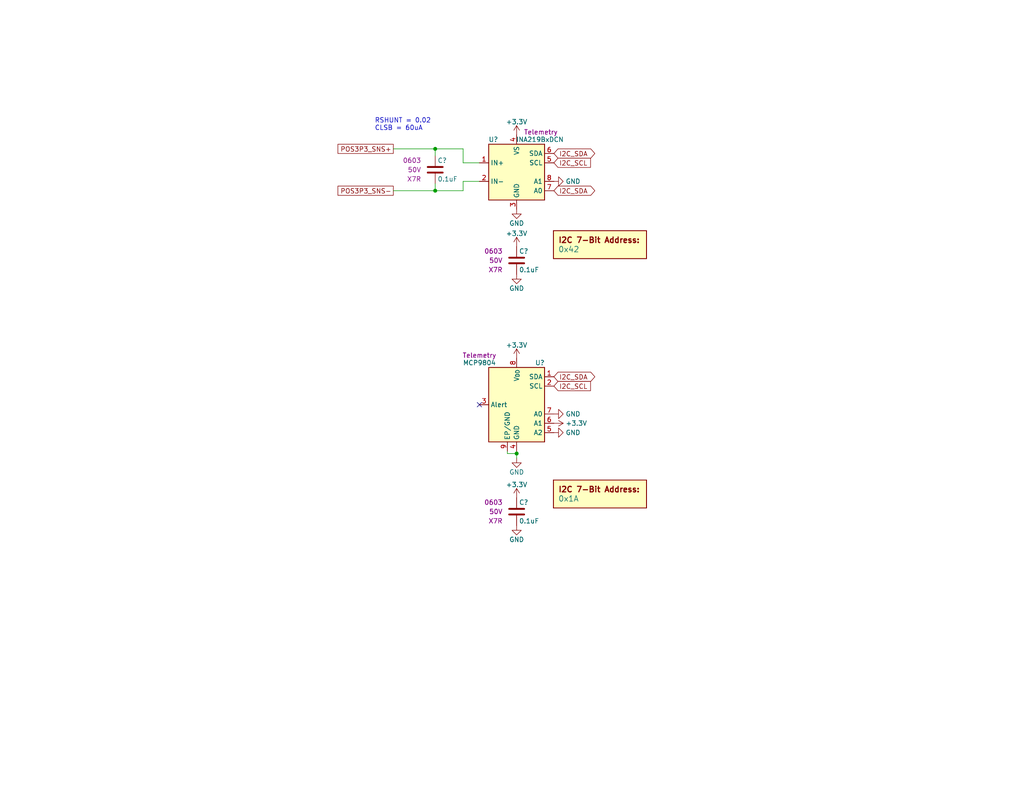
<source format=kicad_sch>
(kicad_sch (version 20230121) (generator eeschema)
  (paper "A")
  (title_block (title "USB Hub") (date "2023-08-20") (rev "PRELIM") (company "Drew Maatman"))
  (lib_symbols
    (symbol "Analog_ADC:INA219BxDCN"
      (property "Reference" "U" (at -6.35 8.89 0))
      (property "Value" "Analog_ADC_INA219BxDCN" (at 6.35 8.89 0))
      (symbol "INA219BxDCN_0_1"
        (rectangle (start -7.62 7.62) (end 7.62 -7.62) (stroke (width 0.254)) (fill (type background)))
      )
      (symbol "INA219BxDCN_1_1"
        (pin input line (at -10.16 2.54 0) (length 2.54) (name "IN+") (number "1"))
        (pin input line (at -10.16 -2.54 0) (length 2.54) (name "IN-") (number "2"))
        (pin power_in line (at 0 -10.16 90) (length 2.54) (name "GND") (number "3"))
        (pin power_in line (at 0 10.16 270) (length 2.54) (name "VS") (number "4"))
        (pin input line (at 10.16 2.54 180) (length 2.54) (name "SCL") (number "5"))
        (pin bidirectional line (at 10.16 5.08 180) (length 2.54) (name "SDA") (number "6"))
        (pin input line (at 10.16 -5.08 180) (length 2.54) (name "A0") (number "7"))
        (pin input line (at 10.16 -2.54 180) (length 2.54) (name "A1") (number "8"))
      )
    )
    (symbol "Custom_Library:C_Custom" (pin_numbers hide) (pin_names (offset 0.254))
      (property "Reference" "C" (at 0.635 2.54 0))
      (property "Value" "C_Custom" (at 0.635 -2.54 0))
      (property "display_footprint" "Foot" (at -3.81 2.54 0))
      (property "Voltage" "V" (at -3.81 0 0))
      (property "Dielectric" "Er" (at -3.81 -2.54 0))
      (symbol "C_Custom_0_1"
        (polyline (pts (xy -2.032 -0.762) (xy 2.032 -0.762)) (stroke (width 0.508)))
        (polyline (pts (xy -2.032 0.762) (xy 2.032 0.762)) (stroke (width 0.508)))
      )
      (symbol "C_Custom_1_1"
        (pin passive line (at 0 3.81 270) (length 2.794) (name "~") (number "1"))
        (pin passive line (at 0 -3.81 90) (length 2.794) (name "~") (number "2"))
      )
    )
    (symbol "Custom_Library:I2C_Address" (pin_names (offset 1.016))
      (property "Value" "I2C_Address" (at -11.43 0 0))
      (symbol "I2C_Address_0_0"
        (rectangle (start -12.7 5.08) (end 12.7 -2.54) (stroke (width 0.254)) (fill (type background)))
        (text "I2C 7-Bit Address:" (at -11.43 2.54 0) (effects (font (size 1.524 1.524) bold) (justify left)))
      )
    )
    (symbol "Sensor_Temperature:MCP9804_DFN"
      (property "Reference" "U" (at -6.35 11.43 0))
      (property "Value" "MCP9804_DFN" (at 10.16 11.43 0))
      (symbol "MCP9804_DFN_0_1"
        (rectangle (start -7.62 10.16) (end 7.62 -10.16) (stroke (width 0.254)) (fill (type background)))
      )
      (symbol "MCP9804_DFN_1_1"
        (pin bidirectional line (at -10.16 7.62 0) (length 2.54) (name "SDA") (number "1"))
        (pin input line (at -10.16 5.08 0) (length 2.54) (name "SCL") (number "2"))
        (pin output line (at 10.16 0 180) (length 2.54) (name "Alert") (number "3"))
        (pin power_in line (at 0 -12.7 90) (length 2.54) (name "GND") (number "4"))
        (pin input line (at -10.16 -7.62 0) (length 2.54) (name "A2") (number "5"))
        (pin input line (at -10.16 -5.08 0) (length 2.54) (name "A1") (number "6"))
        (pin input line (at -10.16 -2.54 0) (length 2.54) (name "A0") (number "7"))
        (pin power_in line (at 0 12.7 270) (length 2.54) (name "V_{DD}") (number "8"))
        (pin power_in line (at 2.54 -12.7 90) (length 2.54) (name "EP/GND") (number "9"))
      )
    )
    (symbol "power:+3.3V" (power) (pin_names (offset 0))
      (property "Value" "+3.3V" (at 0 3.556 0))
      (symbol "+3.3V_0_1"
        (polyline (pts (xy -0.762 1.27) (xy 0 2.54)))
        (polyline (pts (xy 0 0) (xy 0 2.54)))
        (polyline (pts (xy 0 2.54) (xy 0.762 1.27)))
      )
      (symbol "+3.3V_1_1"
        (pin power_in line (at 0 0 90) (length 0) hide (name "+3.3V") (number "1"))
      )
    )
    (symbol "power:GND" (power) (pin_names (offset 0))
      (property "Value" "GND" (at 0 -3.81 0))
      (symbol "GND_0_1"
        (polyline (pts (xy 0 0) (xy 0 -1.27) (xy 1.27 -1.27) (xy 0 -2.54) (xy -1.27 -1.27) (xy 0 -1.27)))
      )
      (symbol "GND_1_1"
        (pin power_in line (at 0 0 270) (length 0) hide (name "GND") (number "1"))
      )
    )
  )
  (junction (at 118.745 40.64))
  (junction (at 118.745 52.07))
  (junction (at 140.97 123.825))
  (no_connect (at 130.81 110.49))
  (wire (pts (xy 107.315 52.07) (xy 118.745 52.07)))
  (wire (pts (xy 138.43 123.825) (xy 138.43 123.19)))
  (wire (pts (xy 126.365 40.64) (xy 118.745 40.64)))
  (wire (pts (xy 126.365 49.53) (xy 126.365 52.07)))
  (wire (pts (xy 118.745 52.07) (xy 118.745 50.165)))
  (wire (pts (xy 130.81 49.53) (xy 126.365 49.53)))
  (wire (pts (xy 140.97 123.825) (xy 140.97 123.19)))
  (wire (pts (xy 130.81 44.45) (xy 126.365 44.45)))
  (wire (pts (xy 126.365 44.45) (xy 126.365 40.64)))
  (wire (pts (xy 107.315 40.64) (xy 118.745 40.64)))
  (wire (pts (xy 140.97 123.825) (xy 138.43 123.825)))
  (wire (pts (xy 118.745 42.545) (xy 118.745 40.64)))
  (wire (pts (xy 126.365 52.07) (xy 118.745 52.07)))
  (wire (pts (xy 140.97 125.095) (xy 140.97 123.825)))
  (text "RSHUNT = 0.02\nCLSB = 60uA" (at 102.235 35.814 0) (effects (font (size 1.27 1.27)) (justify left bottom)))
  (global_label "POS3P3_SNS+" (shape passive) (at 107.315 40.64 180) (property "Intersheetrefs" "${INTERSHEET_REFS}" (effects hide)))
  (global_label "POS3P3_SNS-" (shape passive) (at 107.315 52.07 180) (property "Intersheetrefs" "${INTERSHEET_REFS}" (effects hide)))
  (global_label "I2C_SCL" (shape input) (at 151.13 44.45 0) (property "Intersheetrefs" "${INTERSHEET_REFS}" (effects hide)))
  (global_label "I2C_SDA" (shape bidirectional) (at 151.13 52.07 0) (property "Intersheetrefs" "${INTERSHEET_REFS}" (effects hide)))
  (global_label "I2C_SDA" (shape bidirectional) (at 151.13 102.87 0) (property "Intersheetrefs" "${INTERSHEET_REFS}" (effects hide)))
  (global_label "I2C_SCL" (shape input) (at 151.13 105.41 0) (property "Intersheetrefs" "${INTERSHEET_REFS}" (effects hide)))
  (global_label "I2C_SDA" (shape bidirectional) (at 151.13 41.91 0) (property "Intersheetrefs" "${INTERSHEET_REFS}" (effects hide)))
  (symbol (lib_id "power:+3.3V") (at 151.13 115.57 270) (mirror x) (unit 1)
    (property "Reference" "#PWR?" (effects hide))
    (property "Value" "+3.3V" (at 154.305 115.57 90) (effects (justify left)))
    (instances (project "USB_Hub" (path "" (reference "#PWR?") (unit 1)) (path "" (reference "#PWR0711") (unit 1))))
  )
  (symbol (lib_id "power:+3.3V") (at 140.97 67.31 0) (unit 1)
    (property "Reference" "#PWR?" (effects hide))
    (property "Value" "+3.3V" (at 140.97 63.754 0))
    (instances (project "USB_Hub" (path "" (reference "#PWR?") (unit 1)) (path "" (reference "#PWR0703") (unit 1))))
  )
  (symbol (lib_id "Custom_Library:C_Custom") (at 140.97 71.12 0) (unit 1)
    (property "Reference" "C?" (at 141.605 68.58 0) (effects (justify left)))
    (property "Value" "0.1uF" (at 141.605 73.66 0) (effects (justify left)))
    (property "Footprint" "Capacitors_SMD:C_0603" (effects hide))
    (property "display_footprint" "0603" (at 137.16 68.58 0) (effects (justify right)))
    (property "Voltage" "50V" (at 137.16 71.12 0) (effects (justify right)))
    (property "Dielectric" "X7R" (at 137.16 73.66 0) (effects (justify right)))
    (property "Digi-Key PN" "1276-1935-1-ND" (effects hide))
    (instances (project "USB_Hub" (path "" (reference "C?") (unit 1)) (path "" (reference "C702") (unit 1))))
  )
  (symbol (lib_id "Custom_Library:I2C_Address") (at 163.703 136.144 0) (unit 1)
    (property "Reference" "DOC?" (effects hide))
    (property "Value" "0x1A" (at 152.273 136.144 0) (effects (font (size 1.524 1.524)) (justify left)))
    (instances (project "USB_Hub" (path "" (reference "DOC?") (unit 1)) (path "" (reference "DOC702") (unit 1))))
  )
  (symbol (lib_id "Custom_Library:C_Custom") (at 118.745 46.355 0) (unit 1)
    (property "Reference" "C?" (at 119.38 43.815 0) (effects (justify left)))
    (property "Value" "0.1uF" (at 119.38 48.895 0) (effects (justify left)))
    (property "Footprint" "Capacitors_SMD:C_0603" (effects hide))
    (property "display_footprint" "0603" (at 114.935 43.815 0) (effects (justify right)))
    (property "Voltage" "50V" (at 114.935 46.355 0) (effects (justify right)))
    (property "Dielectric" "X7R" (at 114.935 48.895 0) (effects (justify right)))
    (property "Digi-Key PN" "1276-1935-1-ND" (effects hide))
    (instances (project "USB_Hub" (path "" (reference "C?") (unit 1)) (path "" (reference "C701") (unit 1))))
  )
  (symbol (lib_id "Custom_Library:I2C_Address") (at 163.703 68.072 0) (unit 1)
    (property "Reference" "DOC?" (effects hide))
    (property "Value" "0x42" (at 152.273 68.072 0) (effects (font (size 1.524 1.524)) (justify left)))
    (instances (project "USB_Hub" (path "" (reference "DOC?") (unit 1)) (path "" (reference "DOC701") (unit 1))))
  )
  (symbol (lib_id "power:GND") (at 151.13 49.53 90) (unit 1)
    (property "Reference" "#PWR?" (effects hide))
    (property "Value" "GND" (at 154.305 49.53 90) (effects (justify right)))
    (instances (project "USB_Hub" (path "" (reference "#PWR?") (unit 1)) (path "" (reference "#PWR0709") (unit 1))))
  )
  (symbol (lib_id "power:+3.3V") (at 140.97 135.89 0) (unit 1)
    (property "Reference" "#PWR?" (effects hide))
    (property "Value" "+3.3V" (at 140.97 132.334 0))
    (instances (project "USB_Hub" (path "" (reference "#PWR?") (unit 1)) (path "" (reference "#PWR0707") (unit 1))))
  )
  (symbol (lib_id "Sensor_Temperature:MCP9804_DFN") (at 140.97 110.49 0) (mirror y) (unit 1)
    (property "Reference" "U?" (at 147.32 99.06 0))
    (property "Value" "MCP9804" (at 130.81 99.06 0))
    (property "Footprint" "Package_DFN_QFN:DFN-8-1EP_3x2mm_P0.5mm_EP1.3x1.5mm" (effects hide))
    (property "Datasheet" "http://ww1.microchip.com/downloads/en/DeviceDoc/22203b.pdf" (effects hide))
    (property "Digi-Key PN" "MCP9804T-E/MCCT-ND" (effects hide))
    (property "Configuration" "Telemetry" (at 130.81 97.028 0))
    (instances (project "USB_Hub" (path "" (reference "U?") (unit 1)) (path "" (reference "U702") (unit 1))))
  )
  (symbol (lib_id "power:GND") (at 151.13 118.11 90) (unit 1)
    (property "Reference" "#PWR?" (effects hide))
    (property "Value" "GND" (at 154.305 118.11 90) (effects (justify right)))
    (instances (project "USB_Hub" (path "" (reference "#PWR?") (unit 1)) (path "" (reference "#PWR0712") (unit 1))))
  )
  (symbol (lib_id "Custom_Library:C_Custom") (at 140.97 139.7 0) (unit 1)
    (property "Reference" "C?" (at 141.605 137.16 0) (effects (justify left)))
    (property "Value" "0.1uF" (at 141.605 142.24 0) (effects (justify left)))
    (property "Footprint" "Capacitors_SMD:C_0603" (effects hide))
    (property "display_footprint" "0603" (at 137.16 137.16 0) (effects (justify right)))
    (property "Voltage" "50V" (at 137.16 139.7 0) (effects (justify right)))
    (property "Dielectric" "X7R" (at 137.16 142.24 0) (effects (justify right)))
    (property "Digi-Key PN" "1276-1935-1-ND" (effects hide))
    (instances (project "USB_Hub" (path "" (reference "C?") (unit 1)) (path "" (reference "C703") (unit 1))))
  )
  (symbol (lib_id "power:GND") (at 140.97 125.095 0) (mirror y) (unit 1)
    (property "Reference" "#PWR?" (effects hide))
    (property "Value" "GND" (at 140.97 128.905 0))
    (instances (project "USB_Hub" (path "" (reference "#PWR?") (unit 1)) (path "" (reference "#PWR0706") (unit 1))))
  )
  (symbol (lib_id "power:GND") (at 140.97 57.15 0) (unit 1)
    (property "Reference" "#PWR?" (effects hide))
    (property "Value" "GND" (at 140.97 60.96 0))
    (instances (project "USB_Hub" (path "" (reference "#PWR?") (unit 1)) (path "" (reference "#PWR0702") (unit 1))))
  )
  (symbol (lib_id "power:GND") (at 140.97 143.51 0) (unit 1)
    (property "Reference" "#PWR?" (effects hide))
    (property "Value" "GND" (at 140.97 147.32 0))
    (instances (project "USB_Hub" (path "" (reference "#PWR?") (unit 1)) (path "" (reference "#PWR0708") (unit 1))))
  )
  (symbol (lib_id "power:GND") (at 140.97 74.93 0) (unit 1)
    (property "Reference" "#PWR?" (effects hide))
    (property "Value" "GND" (at 140.97 78.74 0))
    (instances (project "USB_Hub" (path "" (reference "#PWR?") (unit 1)) (path "" (reference "#PWR0704") (unit 1))))
  )
  (symbol (lib_id "power:GND") (at 151.13 113.03 90) (unit 1)
    (property "Reference" "#PWR?" (effects hide))
    (property "Value" "GND" (at 154.305 113.03 90) (effects (justify right)))
    (instances (project "USB_Hub" (path "" (reference "#PWR?") (unit 1)) (path "" (reference "#PWR0710") (unit 1))))
  )
  (symbol (lib_id "Analog_ADC:INA219BxDCN") (at 140.97 46.99 0) (unit 1)
    (property "Reference" "U?" (at 134.62 38.1 0))
    (property "Value" "INA219BxDCN" (at 147.32 38.1 0))
    (property "Footprint" "Package_TO_SOT_SMD:SOT-23-8" (effects hide))
    (property "Datasheet" "http://www.ti.com/lit/ds/symlink/ina219.pdf" (effects hide))
    (property "Digi-Key PN" "296-46420-1-ND" (effects hide))
    (property "Configuration" "Telemetry" (at 147.574 36.068 0))
    (instances (project "USB_Hub" (path "" (reference "U?") (unit 1)) (path "" (reference "U701") (unit 1))))
  )
  (symbol (lib_id "power:+3.3V") (at 140.97 97.79 0) (mirror y) (unit 1)
    (property "Reference" "#PWR?" (effects hide))
    (property "Value" "+3.3V" (at 140.97 94.234 0))
    (instances (project "USB_Hub" (path "" (reference "#PWR?") (unit 1)) (path "" (reference "#PWR0705") (unit 1))))
  )
  (symbol (lib_id "power:+3.3V") (at 140.97 36.83 0) (unit 1)
    (property "Reference" "#PWR?" (effects hide))
    (property "Value" "+3.3V" (at 140.97 33.274 0))
    (instances (project "USB_Hub" (path "" (reference "#PWR?") (unit 1)) (path "" (reference "#PWR0701") (unit 1))))
  )
)
</source>
